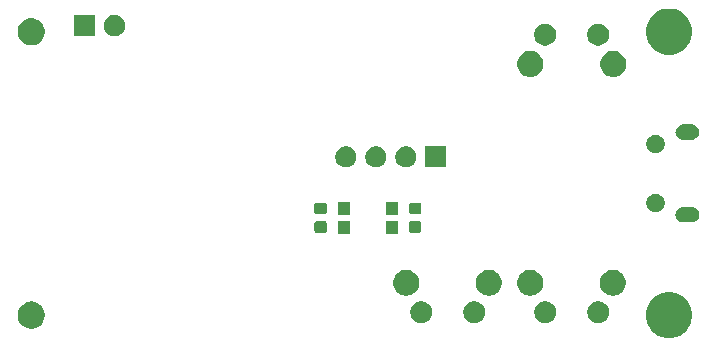
<source format=gbr>
G04 #@! TF.GenerationSoftware,KiCad,Pcbnew,(5.1.5-0-10_14)*
G04 #@! TF.CreationDate,2020-08-06T20:20:02-06:00*
G04 #@! TF.ProjectId,pcb,7063622e-6b69-4636-9164-5f7063625858,rev?*
G04 #@! TF.SameCoordinates,Original*
G04 #@! TF.FileFunction,Soldermask,Bot*
G04 #@! TF.FilePolarity,Negative*
%FSLAX46Y46*%
G04 Gerber Fmt 4.6, Leading zero omitted, Abs format (unit mm)*
G04 Created by KiCad (PCBNEW (5.1.5-0-10_14)) date 2020-08-06 20:20:02*
%MOMM*%
%LPD*%
G04 APERTURE LIST*
%ADD10C,0.100000*%
G04 APERTURE END LIST*
D10*
G36*
X97569085Y-80123975D02*
G01*
X97924143Y-80271045D01*
X97924145Y-80271046D01*
X98243690Y-80484559D01*
X98515441Y-80756310D01*
X98728954Y-81075855D01*
X98728955Y-81075857D01*
X98876025Y-81430915D01*
X98951000Y-81807842D01*
X98951000Y-82192158D01*
X98876025Y-82569085D01*
X98741424Y-82894040D01*
X98728954Y-82924145D01*
X98515441Y-83243690D01*
X98243690Y-83515441D01*
X97924145Y-83728954D01*
X97924144Y-83728955D01*
X97924143Y-83728955D01*
X97569085Y-83876025D01*
X97192158Y-83951000D01*
X96807842Y-83951000D01*
X96430915Y-83876025D01*
X96075857Y-83728955D01*
X96075856Y-83728955D01*
X96075855Y-83728954D01*
X95756310Y-83515441D01*
X95484559Y-83243690D01*
X95271046Y-82924145D01*
X95258576Y-82894040D01*
X95123975Y-82569085D01*
X95049000Y-82192158D01*
X95049000Y-81807842D01*
X95123975Y-81430915D01*
X95271045Y-81075857D01*
X95271046Y-81075855D01*
X95484559Y-80756310D01*
X95756310Y-80484559D01*
X96075855Y-80271046D01*
X96075857Y-80271045D01*
X96430915Y-80123975D01*
X96807842Y-80049000D01*
X97192158Y-80049000D01*
X97569085Y-80123975D01*
G37*
G36*
X43166579Y-80859585D02*
G01*
X43335734Y-80893232D01*
X43545203Y-80979997D01*
X43733720Y-81105960D01*
X43894040Y-81266280D01*
X44020003Y-81454797D01*
X44106768Y-81664266D01*
X44151000Y-81886636D01*
X44151000Y-82113364D01*
X44106768Y-82335734D01*
X44020003Y-82545203D01*
X43894040Y-82733720D01*
X43733720Y-82894040D01*
X43545203Y-83020003D01*
X43335734Y-83106768D01*
X43224549Y-83128884D01*
X43113365Y-83151000D01*
X42886635Y-83151000D01*
X42775451Y-83128884D01*
X42664266Y-83106768D01*
X42454797Y-83020003D01*
X42266280Y-82894040D01*
X42105960Y-82733720D01*
X41979997Y-82545203D01*
X41893232Y-82335734D01*
X41849000Y-82113364D01*
X41849000Y-81886636D01*
X41893232Y-81664266D01*
X41979997Y-81454797D01*
X42105960Y-81266280D01*
X42266280Y-81105960D01*
X42454797Y-80979997D01*
X42664266Y-80893232D01*
X42833421Y-80859585D01*
X42886635Y-80849000D01*
X43113365Y-80849000D01*
X43166579Y-80859585D01*
G37*
G36*
X91270104Y-80859585D02*
G01*
X91438626Y-80929389D01*
X91590291Y-81030728D01*
X91719272Y-81159709D01*
X91820611Y-81311374D01*
X91890415Y-81479896D01*
X91926000Y-81658797D01*
X91926000Y-81841203D01*
X91890415Y-82020104D01*
X91820611Y-82188626D01*
X91719272Y-82340291D01*
X91590291Y-82469272D01*
X91438626Y-82570611D01*
X91270104Y-82640415D01*
X91091203Y-82676000D01*
X90908797Y-82676000D01*
X90729896Y-82640415D01*
X90561374Y-82570611D01*
X90409709Y-82469272D01*
X90280728Y-82340291D01*
X90179389Y-82188626D01*
X90109585Y-82020104D01*
X90074000Y-81841203D01*
X90074000Y-81658797D01*
X90109585Y-81479896D01*
X90179389Y-81311374D01*
X90280728Y-81159709D01*
X90409709Y-81030728D01*
X90561374Y-80929389D01*
X90729896Y-80859585D01*
X90908797Y-80824000D01*
X91091203Y-80824000D01*
X91270104Y-80859585D01*
G37*
G36*
X86770104Y-80859585D02*
G01*
X86938626Y-80929389D01*
X87090291Y-81030728D01*
X87219272Y-81159709D01*
X87320611Y-81311374D01*
X87390415Y-81479896D01*
X87426000Y-81658797D01*
X87426000Y-81841203D01*
X87390415Y-82020104D01*
X87320611Y-82188626D01*
X87219272Y-82340291D01*
X87090291Y-82469272D01*
X86938626Y-82570611D01*
X86770104Y-82640415D01*
X86591203Y-82676000D01*
X86408797Y-82676000D01*
X86229896Y-82640415D01*
X86061374Y-82570611D01*
X85909709Y-82469272D01*
X85780728Y-82340291D01*
X85679389Y-82188626D01*
X85609585Y-82020104D01*
X85574000Y-81841203D01*
X85574000Y-81658797D01*
X85609585Y-81479896D01*
X85679389Y-81311374D01*
X85780728Y-81159709D01*
X85909709Y-81030728D01*
X86061374Y-80929389D01*
X86229896Y-80859585D01*
X86408797Y-80824000D01*
X86591203Y-80824000D01*
X86770104Y-80859585D01*
G37*
G36*
X80770104Y-80859585D02*
G01*
X80938626Y-80929389D01*
X81090291Y-81030728D01*
X81219272Y-81159709D01*
X81320611Y-81311374D01*
X81390415Y-81479896D01*
X81426000Y-81658797D01*
X81426000Y-81841203D01*
X81390415Y-82020104D01*
X81320611Y-82188626D01*
X81219272Y-82340291D01*
X81090291Y-82469272D01*
X80938626Y-82570611D01*
X80770104Y-82640415D01*
X80591203Y-82676000D01*
X80408797Y-82676000D01*
X80229896Y-82640415D01*
X80061374Y-82570611D01*
X79909709Y-82469272D01*
X79780728Y-82340291D01*
X79679389Y-82188626D01*
X79609585Y-82020104D01*
X79574000Y-81841203D01*
X79574000Y-81658797D01*
X79609585Y-81479896D01*
X79679389Y-81311374D01*
X79780728Y-81159709D01*
X79909709Y-81030728D01*
X80061374Y-80929389D01*
X80229896Y-80859585D01*
X80408797Y-80824000D01*
X80591203Y-80824000D01*
X80770104Y-80859585D01*
G37*
G36*
X76270104Y-80859585D02*
G01*
X76438626Y-80929389D01*
X76590291Y-81030728D01*
X76719272Y-81159709D01*
X76820611Y-81311374D01*
X76890415Y-81479896D01*
X76926000Y-81658797D01*
X76926000Y-81841203D01*
X76890415Y-82020104D01*
X76820611Y-82188626D01*
X76719272Y-82340291D01*
X76590291Y-82469272D01*
X76438626Y-82570611D01*
X76270104Y-82640415D01*
X76091203Y-82676000D01*
X75908797Y-82676000D01*
X75729896Y-82640415D01*
X75561374Y-82570611D01*
X75409709Y-82469272D01*
X75280728Y-82340291D01*
X75179389Y-82188626D01*
X75109585Y-82020104D01*
X75074000Y-81841203D01*
X75074000Y-81658797D01*
X75109585Y-81479896D01*
X75179389Y-81311374D01*
X75280728Y-81159709D01*
X75409709Y-81030728D01*
X75561374Y-80929389D01*
X75729896Y-80859585D01*
X75908797Y-80824000D01*
X76091203Y-80824000D01*
X76270104Y-80859585D01*
G37*
G36*
X92464795Y-78180156D02*
G01*
X92571150Y-78201311D01*
X92771520Y-78284307D01*
X92951844Y-78404795D01*
X93105205Y-78558156D01*
X93225693Y-78738480D01*
X93308689Y-78938851D01*
X93351000Y-79151560D01*
X93351000Y-79368440D01*
X93308689Y-79581149D01*
X93225693Y-79781520D01*
X93105205Y-79961844D01*
X92951844Y-80115205D01*
X92771520Y-80235693D01*
X92686172Y-80271045D01*
X92571150Y-80318689D01*
X92464795Y-80339844D01*
X92358440Y-80361000D01*
X92141560Y-80361000D01*
X92035205Y-80339844D01*
X91928850Y-80318689D01*
X91813828Y-80271045D01*
X91728480Y-80235693D01*
X91548156Y-80115205D01*
X91394795Y-79961844D01*
X91274307Y-79781520D01*
X91191311Y-79581149D01*
X91149000Y-79368440D01*
X91149000Y-79151560D01*
X91191311Y-78938851D01*
X91274307Y-78738480D01*
X91394795Y-78558156D01*
X91548156Y-78404795D01*
X91728480Y-78284307D01*
X91928850Y-78201311D01*
X92035205Y-78180156D01*
X92141560Y-78159000D01*
X92358440Y-78159000D01*
X92464795Y-78180156D01*
G37*
G36*
X85454795Y-78180156D02*
G01*
X85561150Y-78201311D01*
X85761520Y-78284307D01*
X85941844Y-78404795D01*
X86095205Y-78558156D01*
X86215693Y-78738480D01*
X86298689Y-78938851D01*
X86341000Y-79151560D01*
X86341000Y-79368440D01*
X86298689Y-79581149D01*
X86215693Y-79781520D01*
X86095205Y-79961844D01*
X85941844Y-80115205D01*
X85761520Y-80235693D01*
X85676172Y-80271045D01*
X85561150Y-80318689D01*
X85454795Y-80339844D01*
X85348440Y-80361000D01*
X85131560Y-80361000D01*
X85025205Y-80339844D01*
X84918850Y-80318689D01*
X84803828Y-80271045D01*
X84718480Y-80235693D01*
X84538156Y-80115205D01*
X84384795Y-79961844D01*
X84264307Y-79781520D01*
X84181311Y-79581149D01*
X84139000Y-79368440D01*
X84139000Y-79151560D01*
X84181311Y-78938851D01*
X84264307Y-78738480D01*
X84384795Y-78558156D01*
X84538156Y-78404795D01*
X84718480Y-78284307D01*
X84918850Y-78201311D01*
X85025205Y-78180156D01*
X85131560Y-78159000D01*
X85348440Y-78159000D01*
X85454795Y-78180156D01*
G37*
G36*
X81964795Y-78180156D02*
G01*
X82071150Y-78201311D01*
X82271520Y-78284307D01*
X82451844Y-78404795D01*
X82605205Y-78558156D01*
X82725693Y-78738480D01*
X82808689Y-78938851D01*
X82851000Y-79151560D01*
X82851000Y-79368440D01*
X82808689Y-79581149D01*
X82725693Y-79781520D01*
X82605205Y-79961844D01*
X82451844Y-80115205D01*
X82271520Y-80235693D01*
X82186172Y-80271045D01*
X82071150Y-80318689D01*
X81964795Y-80339844D01*
X81858440Y-80361000D01*
X81641560Y-80361000D01*
X81535205Y-80339844D01*
X81428850Y-80318689D01*
X81313828Y-80271045D01*
X81228480Y-80235693D01*
X81048156Y-80115205D01*
X80894795Y-79961844D01*
X80774307Y-79781520D01*
X80691311Y-79581149D01*
X80649000Y-79368440D01*
X80649000Y-79151560D01*
X80691311Y-78938851D01*
X80774307Y-78738480D01*
X80894795Y-78558156D01*
X81048156Y-78404795D01*
X81228480Y-78284307D01*
X81428850Y-78201311D01*
X81535205Y-78180156D01*
X81641560Y-78159000D01*
X81858440Y-78159000D01*
X81964795Y-78180156D01*
G37*
G36*
X74954795Y-78180156D02*
G01*
X75061150Y-78201311D01*
X75261520Y-78284307D01*
X75441844Y-78404795D01*
X75595205Y-78558156D01*
X75715693Y-78738480D01*
X75798689Y-78938851D01*
X75841000Y-79151560D01*
X75841000Y-79368440D01*
X75798689Y-79581149D01*
X75715693Y-79781520D01*
X75595205Y-79961844D01*
X75441844Y-80115205D01*
X75261520Y-80235693D01*
X75176172Y-80271045D01*
X75061150Y-80318689D01*
X74954795Y-80339844D01*
X74848440Y-80361000D01*
X74631560Y-80361000D01*
X74525205Y-80339844D01*
X74418850Y-80318689D01*
X74303828Y-80271045D01*
X74218480Y-80235693D01*
X74038156Y-80115205D01*
X73884795Y-79961844D01*
X73764307Y-79781520D01*
X73681311Y-79581149D01*
X73639000Y-79368440D01*
X73639000Y-79151560D01*
X73681311Y-78938851D01*
X73764307Y-78738480D01*
X73884795Y-78558156D01*
X74038156Y-78404795D01*
X74218480Y-78284307D01*
X74418850Y-78201311D01*
X74525205Y-78180156D01*
X74631560Y-78159000D01*
X74848440Y-78159000D01*
X74954795Y-78180156D01*
G37*
G36*
X74051000Y-75101000D02*
G01*
X73049000Y-75101000D01*
X73049000Y-73999000D01*
X74051000Y-73999000D01*
X74051000Y-75101000D01*
G37*
G36*
X69951000Y-75101000D02*
G01*
X68949000Y-75101000D01*
X68949000Y-73999000D01*
X69951000Y-73999000D01*
X69951000Y-75101000D01*
G37*
G36*
X67879591Y-74053085D02*
G01*
X67913569Y-74063393D01*
X67944890Y-74080134D01*
X67972339Y-74102661D01*
X67994866Y-74130110D01*
X68011607Y-74161431D01*
X68021915Y-74195409D01*
X68026000Y-74236890D01*
X68026000Y-74838110D01*
X68021915Y-74879591D01*
X68011607Y-74913569D01*
X67994866Y-74944890D01*
X67972339Y-74972339D01*
X67944890Y-74994866D01*
X67913569Y-75011607D01*
X67879591Y-75021915D01*
X67838110Y-75026000D01*
X67161890Y-75026000D01*
X67120409Y-75021915D01*
X67086431Y-75011607D01*
X67055110Y-74994866D01*
X67027661Y-74972339D01*
X67005134Y-74944890D01*
X66988393Y-74913569D01*
X66978085Y-74879591D01*
X66974000Y-74838110D01*
X66974000Y-74236890D01*
X66978085Y-74195409D01*
X66988393Y-74161431D01*
X67005134Y-74130110D01*
X67027661Y-74102661D01*
X67055110Y-74080134D01*
X67086431Y-74063393D01*
X67120409Y-74053085D01*
X67161890Y-74049000D01*
X67838110Y-74049000D01*
X67879591Y-74053085D01*
G37*
G36*
X75879591Y-74053085D02*
G01*
X75913569Y-74063393D01*
X75944890Y-74080134D01*
X75972339Y-74102661D01*
X75994866Y-74130110D01*
X76011607Y-74161431D01*
X76021915Y-74195409D01*
X76026000Y-74236890D01*
X76026000Y-74838110D01*
X76021915Y-74879591D01*
X76011607Y-74913569D01*
X75994866Y-74944890D01*
X75972339Y-74972339D01*
X75944890Y-74994866D01*
X75913569Y-75011607D01*
X75879591Y-75021915D01*
X75838110Y-75026000D01*
X75161890Y-75026000D01*
X75120409Y-75021915D01*
X75086431Y-75011607D01*
X75055110Y-74994866D01*
X75027661Y-74972339D01*
X75005134Y-74944890D01*
X74988393Y-74913569D01*
X74978085Y-74879591D01*
X74974000Y-74838110D01*
X74974000Y-74236890D01*
X74978085Y-74195409D01*
X74988393Y-74161431D01*
X75005134Y-74130110D01*
X75027661Y-74102661D01*
X75055110Y-74080134D01*
X75086431Y-74063393D01*
X75120409Y-74053085D01*
X75161890Y-74049000D01*
X75838110Y-74049000D01*
X75879591Y-74053085D01*
G37*
G36*
X98961355Y-72852140D02*
G01*
X99025118Y-72858420D01*
X99115904Y-72885960D01*
X99147836Y-72895646D01*
X99260925Y-72956094D01*
X99360054Y-73037446D01*
X99441406Y-73136575D01*
X99501854Y-73249664D01*
X99501855Y-73249668D01*
X99539080Y-73372382D01*
X99551649Y-73500000D01*
X99539080Y-73627618D01*
X99511540Y-73718404D01*
X99501854Y-73750336D01*
X99441406Y-73863425D01*
X99360054Y-73962554D01*
X99260925Y-74043906D01*
X99147836Y-74104354D01*
X99115904Y-74114040D01*
X99025118Y-74141580D01*
X98961355Y-74147860D01*
X98929474Y-74151000D01*
X98165526Y-74151000D01*
X98133645Y-74147860D01*
X98069882Y-74141580D01*
X97979096Y-74114040D01*
X97947164Y-74104354D01*
X97834075Y-74043906D01*
X97734946Y-73962554D01*
X97653594Y-73863425D01*
X97593146Y-73750336D01*
X97583460Y-73718404D01*
X97555920Y-73627618D01*
X97543351Y-73500000D01*
X97555920Y-73372382D01*
X97593145Y-73249668D01*
X97593146Y-73249664D01*
X97653594Y-73136575D01*
X97734946Y-73037446D01*
X97834075Y-72956094D01*
X97947164Y-72895646D01*
X97979096Y-72885960D01*
X98069882Y-72858420D01*
X98133645Y-72852140D01*
X98165526Y-72849000D01*
X98929474Y-72849000D01*
X98961355Y-72852140D01*
G37*
G36*
X69951000Y-73501000D02*
G01*
X68949000Y-73501000D01*
X68949000Y-72399000D01*
X69951000Y-72399000D01*
X69951000Y-73501000D01*
G37*
G36*
X74051000Y-73501000D02*
G01*
X73049000Y-73501000D01*
X73049000Y-72399000D01*
X74051000Y-72399000D01*
X74051000Y-73501000D01*
G37*
G36*
X67879591Y-72478085D02*
G01*
X67913569Y-72488393D01*
X67944890Y-72505134D01*
X67972339Y-72527661D01*
X67994866Y-72555110D01*
X68011607Y-72586431D01*
X68021915Y-72620409D01*
X68026000Y-72661890D01*
X68026000Y-73263110D01*
X68021915Y-73304591D01*
X68011607Y-73338569D01*
X67994866Y-73369890D01*
X67972339Y-73397339D01*
X67944890Y-73419866D01*
X67913569Y-73436607D01*
X67879591Y-73446915D01*
X67838110Y-73451000D01*
X67161890Y-73451000D01*
X67120409Y-73446915D01*
X67086431Y-73436607D01*
X67055110Y-73419866D01*
X67027661Y-73397339D01*
X67005134Y-73369890D01*
X66988393Y-73338569D01*
X66978085Y-73304591D01*
X66974000Y-73263110D01*
X66974000Y-72661890D01*
X66978085Y-72620409D01*
X66988393Y-72586431D01*
X67005134Y-72555110D01*
X67027661Y-72527661D01*
X67055110Y-72505134D01*
X67086431Y-72488393D01*
X67120409Y-72478085D01*
X67161890Y-72474000D01*
X67838110Y-72474000D01*
X67879591Y-72478085D01*
G37*
G36*
X75879591Y-72478085D02*
G01*
X75913569Y-72488393D01*
X75944890Y-72505134D01*
X75972339Y-72527661D01*
X75994866Y-72555110D01*
X76011607Y-72586431D01*
X76021915Y-72620409D01*
X76026000Y-72661890D01*
X76026000Y-73263110D01*
X76021915Y-73304591D01*
X76011607Y-73338569D01*
X75994866Y-73369890D01*
X75972339Y-73397339D01*
X75944890Y-73419866D01*
X75913569Y-73436607D01*
X75879591Y-73446915D01*
X75838110Y-73451000D01*
X75161890Y-73451000D01*
X75120409Y-73446915D01*
X75086431Y-73436607D01*
X75055110Y-73419866D01*
X75027661Y-73397339D01*
X75005134Y-73369890D01*
X74988393Y-73338569D01*
X74978085Y-73304591D01*
X74974000Y-73263110D01*
X74974000Y-72661890D01*
X74978085Y-72620409D01*
X74988393Y-72586431D01*
X75005134Y-72555110D01*
X75027661Y-72527661D01*
X75055110Y-72505134D01*
X75086431Y-72488393D01*
X75120409Y-72478085D01*
X75161890Y-72474000D01*
X75838110Y-72474000D01*
X75879591Y-72478085D01*
G37*
G36*
X96073848Y-71753820D02*
G01*
X96073850Y-71753821D01*
X96073851Y-71753821D01*
X96215074Y-71812317D01*
X96215077Y-71812319D01*
X96342169Y-71897239D01*
X96450261Y-72005331D01*
X96535181Y-72132423D01*
X96535183Y-72132426D01*
X96593679Y-72273649D01*
X96593680Y-72273652D01*
X96623500Y-72423569D01*
X96623500Y-72576431D01*
X96595291Y-72718250D01*
X96593679Y-72726351D01*
X96535183Y-72867574D01*
X96535181Y-72867577D01*
X96450261Y-72994669D01*
X96342169Y-73102761D01*
X96215077Y-73187681D01*
X96215074Y-73187683D01*
X96073851Y-73246179D01*
X96073850Y-73246179D01*
X96073848Y-73246180D01*
X95923931Y-73276000D01*
X95771069Y-73276000D01*
X95621152Y-73246180D01*
X95621150Y-73246179D01*
X95621149Y-73246179D01*
X95479926Y-73187683D01*
X95479923Y-73187681D01*
X95352831Y-73102761D01*
X95244739Y-72994669D01*
X95159819Y-72867577D01*
X95159817Y-72867574D01*
X95101321Y-72726351D01*
X95099710Y-72718250D01*
X95071500Y-72576431D01*
X95071500Y-72423569D01*
X95101320Y-72273652D01*
X95101321Y-72273649D01*
X95159817Y-72132426D01*
X95159819Y-72132423D01*
X95244739Y-72005331D01*
X95352831Y-71897239D01*
X95479923Y-71812319D01*
X95479926Y-71812317D01*
X95621149Y-71753821D01*
X95621150Y-71753821D01*
X95621152Y-71753820D01*
X95771069Y-71724000D01*
X95923931Y-71724000D01*
X96073848Y-71753820D01*
G37*
G36*
X69743512Y-67703927D02*
G01*
X69892812Y-67733624D01*
X70056784Y-67801544D01*
X70204354Y-67900147D01*
X70329853Y-68025646D01*
X70428456Y-68173216D01*
X70496376Y-68337188D01*
X70531000Y-68511259D01*
X70531000Y-68688741D01*
X70496376Y-68862812D01*
X70428456Y-69026784D01*
X70329853Y-69174354D01*
X70204354Y-69299853D01*
X70056784Y-69398456D01*
X69892812Y-69466376D01*
X69743512Y-69496073D01*
X69718742Y-69501000D01*
X69541258Y-69501000D01*
X69516488Y-69496073D01*
X69367188Y-69466376D01*
X69203216Y-69398456D01*
X69055646Y-69299853D01*
X68930147Y-69174354D01*
X68831544Y-69026784D01*
X68763624Y-68862812D01*
X68729000Y-68688741D01*
X68729000Y-68511259D01*
X68763624Y-68337188D01*
X68831544Y-68173216D01*
X68930147Y-68025646D01*
X69055646Y-67900147D01*
X69203216Y-67801544D01*
X69367188Y-67733624D01*
X69516488Y-67703927D01*
X69541258Y-67699000D01*
X69718742Y-67699000D01*
X69743512Y-67703927D01*
G37*
G36*
X72283512Y-67703927D02*
G01*
X72432812Y-67733624D01*
X72596784Y-67801544D01*
X72744354Y-67900147D01*
X72869853Y-68025646D01*
X72968456Y-68173216D01*
X73036376Y-68337188D01*
X73071000Y-68511259D01*
X73071000Y-68688741D01*
X73036376Y-68862812D01*
X72968456Y-69026784D01*
X72869853Y-69174354D01*
X72744354Y-69299853D01*
X72596784Y-69398456D01*
X72432812Y-69466376D01*
X72283512Y-69496073D01*
X72258742Y-69501000D01*
X72081258Y-69501000D01*
X72056488Y-69496073D01*
X71907188Y-69466376D01*
X71743216Y-69398456D01*
X71595646Y-69299853D01*
X71470147Y-69174354D01*
X71371544Y-69026784D01*
X71303624Y-68862812D01*
X71269000Y-68688741D01*
X71269000Y-68511259D01*
X71303624Y-68337188D01*
X71371544Y-68173216D01*
X71470147Y-68025646D01*
X71595646Y-67900147D01*
X71743216Y-67801544D01*
X71907188Y-67733624D01*
X72056488Y-67703927D01*
X72081258Y-67699000D01*
X72258742Y-67699000D01*
X72283512Y-67703927D01*
G37*
G36*
X74823512Y-67703927D02*
G01*
X74972812Y-67733624D01*
X75136784Y-67801544D01*
X75284354Y-67900147D01*
X75409853Y-68025646D01*
X75508456Y-68173216D01*
X75576376Y-68337188D01*
X75611000Y-68511259D01*
X75611000Y-68688741D01*
X75576376Y-68862812D01*
X75508456Y-69026784D01*
X75409853Y-69174354D01*
X75284354Y-69299853D01*
X75136784Y-69398456D01*
X74972812Y-69466376D01*
X74823512Y-69496073D01*
X74798742Y-69501000D01*
X74621258Y-69501000D01*
X74596488Y-69496073D01*
X74447188Y-69466376D01*
X74283216Y-69398456D01*
X74135646Y-69299853D01*
X74010147Y-69174354D01*
X73911544Y-69026784D01*
X73843624Y-68862812D01*
X73809000Y-68688741D01*
X73809000Y-68511259D01*
X73843624Y-68337188D01*
X73911544Y-68173216D01*
X74010147Y-68025646D01*
X74135646Y-67900147D01*
X74283216Y-67801544D01*
X74447188Y-67733624D01*
X74596488Y-67703927D01*
X74621258Y-67699000D01*
X74798742Y-67699000D01*
X74823512Y-67703927D01*
G37*
G36*
X78151000Y-69501000D02*
G01*
X76349000Y-69501000D01*
X76349000Y-67699000D01*
X78151000Y-67699000D01*
X78151000Y-69501000D01*
G37*
G36*
X96073848Y-66753820D02*
G01*
X96073850Y-66753821D01*
X96073851Y-66753821D01*
X96215074Y-66812317D01*
X96215077Y-66812319D01*
X96342169Y-66897239D01*
X96450261Y-67005331D01*
X96535181Y-67132423D01*
X96535183Y-67132426D01*
X96593679Y-67273649D01*
X96593680Y-67273652D01*
X96623500Y-67423569D01*
X96623500Y-67576431D01*
X96599120Y-67699000D01*
X96593679Y-67726351D01*
X96535183Y-67867574D01*
X96535181Y-67867577D01*
X96450261Y-67994669D01*
X96342169Y-68102761D01*
X96236725Y-68173216D01*
X96215074Y-68187683D01*
X96073851Y-68246179D01*
X96073850Y-68246179D01*
X96073848Y-68246180D01*
X95923931Y-68276000D01*
X95771069Y-68276000D01*
X95621152Y-68246180D01*
X95621150Y-68246179D01*
X95621149Y-68246179D01*
X95479926Y-68187683D01*
X95458275Y-68173216D01*
X95352831Y-68102761D01*
X95244739Y-67994669D01*
X95159819Y-67867577D01*
X95159817Y-67867574D01*
X95101321Y-67726351D01*
X95095881Y-67699000D01*
X95071500Y-67576431D01*
X95071500Y-67423569D01*
X95101320Y-67273652D01*
X95101321Y-67273649D01*
X95159817Y-67132426D01*
X95159819Y-67132423D01*
X95244739Y-67005331D01*
X95352831Y-66897239D01*
X95479923Y-66812319D01*
X95479926Y-66812317D01*
X95621149Y-66753821D01*
X95621150Y-66753821D01*
X95621152Y-66753820D01*
X95771069Y-66724000D01*
X95923931Y-66724000D01*
X96073848Y-66753820D01*
G37*
G36*
X98961355Y-65852140D02*
G01*
X99025118Y-65858420D01*
X99115904Y-65885960D01*
X99147836Y-65895646D01*
X99260925Y-65956094D01*
X99360054Y-66037446D01*
X99441406Y-66136575D01*
X99501854Y-66249664D01*
X99501855Y-66249668D01*
X99539080Y-66372382D01*
X99551649Y-66500000D01*
X99539080Y-66627618D01*
X99511540Y-66718404D01*
X99501854Y-66750336D01*
X99441406Y-66863425D01*
X99360054Y-66962554D01*
X99260925Y-67043906D01*
X99147836Y-67104354D01*
X99115904Y-67114040D01*
X99025118Y-67141580D01*
X98961355Y-67147860D01*
X98929474Y-67151000D01*
X98165526Y-67151000D01*
X98133645Y-67147860D01*
X98069882Y-67141580D01*
X97979096Y-67114040D01*
X97947164Y-67104354D01*
X97834075Y-67043906D01*
X97734946Y-66962554D01*
X97653594Y-66863425D01*
X97593146Y-66750336D01*
X97583460Y-66718404D01*
X97555920Y-66627618D01*
X97543351Y-66500000D01*
X97555920Y-66372382D01*
X97593145Y-66249668D01*
X97593146Y-66249664D01*
X97653594Y-66136575D01*
X97734946Y-66037446D01*
X97834075Y-65956094D01*
X97947164Y-65895646D01*
X97979096Y-65885960D01*
X98069882Y-65858420D01*
X98133645Y-65852140D01*
X98165526Y-65849000D01*
X98929474Y-65849000D01*
X98961355Y-65852140D01*
G37*
G36*
X85464794Y-59660155D02*
G01*
X85571150Y-59681311D01*
X85771520Y-59764307D01*
X85951844Y-59884795D01*
X86105205Y-60038156D01*
X86225693Y-60218480D01*
X86308689Y-60418851D01*
X86351000Y-60631560D01*
X86351000Y-60848440D01*
X86308689Y-61061149D01*
X86225693Y-61261520D01*
X86105205Y-61441844D01*
X85951844Y-61595205D01*
X85771520Y-61715693D01*
X85671334Y-61757191D01*
X85571150Y-61798689D01*
X85464795Y-61819844D01*
X85358440Y-61841000D01*
X85141560Y-61841000D01*
X85035205Y-61819844D01*
X84928850Y-61798689D01*
X84828666Y-61757191D01*
X84728480Y-61715693D01*
X84548156Y-61595205D01*
X84394795Y-61441844D01*
X84274307Y-61261520D01*
X84191311Y-61061149D01*
X84149000Y-60848440D01*
X84149000Y-60631560D01*
X84191311Y-60418851D01*
X84274307Y-60218480D01*
X84394795Y-60038156D01*
X84548156Y-59884795D01*
X84728480Y-59764307D01*
X84928850Y-59681311D01*
X85035206Y-59660155D01*
X85141560Y-59639000D01*
X85358440Y-59639000D01*
X85464794Y-59660155D01*
G37*
G36*
X92474794Y-59660155D02*
G01*
X92581150Y-59681311D01*
X92781520Y-59764307D01*
X92961844Y-59884795D01*
X93115205Y-60038156D01*
X93235693Y-60218480D01*
X93318689Y-60418851D01*
X93361000Y-60631560D01*
X93361000Y-60848440D01*
X93318689Y-61061149D01*
X93235693Y-61261520D01*
X93115205Y-61441844D01*
X92961844Y-61595205D01*
X92781520Y-61715693D01*
X92681334Y-61757191D01*
X92581150Y-61798689D01*
X92474795Y-61819844D01*
X92368440Y-61841000D01*
X92151560Y-61841000D01*
X92045205Y-61819844D01*
X91938850Y-61798689D01*
X91838666Y-61757191D01*
X91738480Y-61715693D01*
X91558156Y-61595205D01*
X91404795Y-61441844D01*
X91284307Y-61261520D01*
X91201311Y-61061149D01*
X91159000Y-60848440D01*
X91159000Y-60631560D01*
X91201311Y-60418851D01*
X91284307Y-60218480D01*
X91404795Y-60038156D01*
X91558156Y-59884795D01*
X91738480Y-59764307D01*
X91938850Y-59681311D01*
X92045206Y-59660155D01*
X92151560Y-59639000D01*
X92368440Y-59639000D01*
X92474794Y-59660155D01*
G37*
G36*
X97569085Y-56123975D02*
G01*
X97924143Y-56271045D01*
X97924145Y-56271046D01*
X98243690Y-56484559D01*
X98515441Y-56756310D01*
X98727192Y-57073218D01*
X98728955Y-57075857D01*
X98876025Y-57430915D01*
X98951000Y-57807842D01*
X98951000Y-58192158D01*
X98876025Y-58569085D01*
X98741424Y-58894040D01*
X98728954Y-58924145D01*
X98515441Y-59243690D01*
X98243690Y-59515441D01*
X97924145Y-59728954D01*
X97924144Y-59728955D01*
X97924143Y-59728955D01*
X97569085Y-59876025D01*
X97192158Y-59951000D01*
X96807842Y-59951000D01*
X96430915Y-59876025D01*
X96075857Y-59728955D01*
X96075856Y-59728955D01*
X96075855Y-59728954D01*
X95756310Y-59515441D01*
X95484559Y-59243690D01*
X95271046Y-58924145D01*
X95258576Y-58894040D01*
X95123975Y-58569085D01*
X95049000Y-58192158D01*
X95049000Y-57807842D01*
X95123975Y-57430915D01*
X95271045Y-57075857D01*
X95272808Y-57073218D01*
X95484559Y-56756310D01*
X95756310Y-56484559D01*
X96075855Y-56271046D01*
X96075857Y-56271045D01*
X96430915Y-56123975D01*
X96807842Y-56049000D01*
X97192158Y-56049000D01*
X97569085Y-56123975D01*
G37*
G36*
X86770104Y-57359585D02*
G01*
X86938626Y-57429389D01*
X87090291Y-57530728D01*
X87219272Y-57659709D01*
X87320611Y-57811374D01*
X87390415Y-57979896D01*
X87426000Y-58158797D01*
X87426000Y-58341203D01*
X87390415Y-58520104D01*
X87320611Y-58688626D01*
X87219272Y-58840291D01*
X87090291Y-58969272D01*
X86938626Y-59070611D01*
X86770104Y-59140415D01*
X86591203Y-59176000D01*
X86408797Y-59176000D01*
X86229896Y-59140415D01*
X86061374Y-59070611D01*
X85909709Y-58969272D01*
X85780728Y-58840291D01*
X85679389Y-58688626D01*
X85609585Y-58520104D01*
X85574000Y-58341203D01*
X85574000Y-58158797D01*
X85609585Y-57979896D01*
X85679389Y-57811374D01*
X85780728Y-57659709D01*
X85909709Y-57530728D01*
X86061374Y-57429389D01*
X86229896Y-57359585D01*
X86408797Y-57324000D01*
X86591203Y-57324000D01*
X86770104Y-57359585D01*
G37*
G36*
X91270104Y-57359585D02*
G01*
X91438626Y-57429389D01*
X91590291Y-57530728D01*
X91719272Y-57659709D01*
X91820611Y-57811374D01*
X91890415Y-57979896D01*
X91926000Y-58158797D01*
X91926000Y-58341203D01*
X91890415Y-58520104D01*
X91820611Y-58688626D01*
X91719272Y-58840291D01*
X91590291Y-58969272D01*
X91438626Y-59070611D01*
X91270104Y-59140415D01*
X91091203Y-59176000D01*
X90908797Y-59176000D01*
X90729896Y-59140415D01*
X90561374Y-59070611D01*
X90409709Y-58969272D01*
X90280728Y-58840291D01*
X90179389Y-58688626D01*
X90109585Y-58520104D01*
X90074000Y-58341203D01*
X90074000Y-58158797D01*
X90109585Y-57979896D01*
X90179389Y-57811374D01*
X90280728Y-57659709D01*
X90409709Y-57530728D01*
X90561374Y-57429389D01*
X90729896Y-57359585D01*
X90908797Y-57324000D01*
X91091203Y-57324000D01*
X91270104Y-57359585D01*
G37*
G36*
X43224549Y-56871116D02*
G01*
X43335734Y-56893232D01*
X43545203Y-56979997D01*
X43733720Y-57105960D01*
X43894040Y-57266280D01*
X44020003Y-57454797D01*
X44106768Y-57664266D01*
X44151000Y-57886636D01*
X44151000Y-58113364D01*
X44106768Y-58335734D01*
X44020003Y-58545203D01*
X43894040Y-58733720D01*
X43733720Y-58894040D01*
X43545203Y-59020003D01*
X43335734Y-59106768D01*
X43224549Y-59128884D01*
X43113365Y-59151000D01*
X42886635Y-59151000D01*
X42775451Y-59128884D01*
X42664266Y-59106768D01*
X42454797Y-59020003D01*
X42266280Y-58894040D01*
X42105960Y-58733720D01*
X41979997Y-58545203D01*
X41893232Y-58335734D01*
X41849000Y-58113364D01*
X41849000Y-57886636D01*
X41893232Y-57664266D01*
X41979997Y-57454797D01*
X42105960Y-57266280D01*
X42266280Y-57105960D01*
X42454797Y-56979997D01*
X42664266Y-56893232D01*
X42775451Y-56871116D01*
X42886635Y-56849000D01*
X43113365Y-56849000D01*
X43224549Y-56871116D01*
G37*
G36*
X48401000Y-58401000D02*
G01*
X46599000Y-58401000D01*
X46599000Y-56599000D01*
X48401000Y-56599000D01*
X48401000Y-58401000D01*
G37*
G36*
X50153512Y-56603927D02*
G01*
X50302812Y-56633624D01*
X50466784Y-56701544D01*
X50614354Y-56800147D01*
X50739853Y-56925646D01*
X50838456Y-57073216D01*
X50906376Y-57237188D01*
X50941000Y-57411259D01*
X50941000Y-57588741D01*
X50906376Y-57762812D01*
X50838456Y-57926784D01*
X50739853Y-58074354D01*
X50614354Y-58199853D01*
X50466784Y-58298456D01*
X50302812Y-58366376D01*
X50153512Y-58396073D01*
X50128742Y-58401000D01*
X49951258Y-58401000D01*
X49926488Y-58396073D01*
X49777188Y-58366376D01*
X49613216Y-58298456D01*
X49465646Y-58199853D01*
X49340147Y-58074354D01*
X49241544Y-57926784D01*
X49173624Y-57762812D01*
X49139000Y-57588741D01*
X49139000Y-57411259D01*
X49173624Y-57237188D01*
X49241544Y-57073216D01*
X49340147Y-56925646D01*
X49465646Y-56800147D01*
X49613216Y-56701544D01*
X49777188Y-56633624D01*
X49926488Y-56603927D01*
X49951258Y-56599000D01*
X50128742Y-56599000D01*
X50153512Y-56603927D01*
G37*
M02*

</source>
